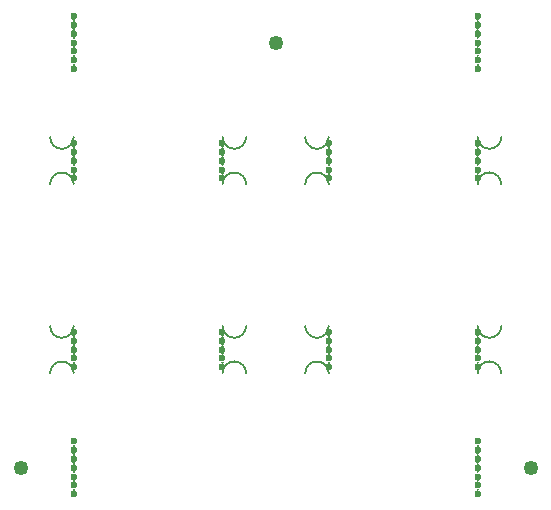
<source format=gbs>
G04 #@! TF.GenerationSoftware,KiCad,Pcbnew,(7.0.0-0)*
G04 #@! TF.CreationDate,2025-09-03T19:42:49+12:00*
G04 #@! TF.ProjectId,polar_light_panelized_X4,706f6c61-725f-46c6-9967-68745f70616e,rev?*
G04 #@! TF.SameCoordinates,Original*
G04 #@! TF.FileFunction,Soldermask,Bot*
G04 #@! TF.FilePolarity,Negative*
%FSLAX46Y46*%
G04 Gerber Fmt 4.6, Leading zero omitted, Abs format (unit mm)*
G04 Created by KiCad (PCBNEW (7.0.0-0)) date 2025-09-03 19:42:49*
%MOMM*%
%LPD*%
G01*
G04 APERTURE LIST*
G04 #@! TA.AperFunction,Profile*
%ADD10C,0.150000*%
G04 #@! TD*
%ADD11C,1.252000*%
%ADD12C,0.600000*%
G04 APERTURE END LIST*
D10*
X132600033Y-103950037D02*
G75*
G03*
X130600035Y-103950037I-999999J19D01*
G01*
X130600038Y-99950001D02*
G75*
G03*
X132600034Y-99950001I999998J-20D01*
G01*
X154200032Y-87950074D02*
G75*
G03*
X152200034Y-87950074I-999999J19D01*
G01*
X152200037Y-83950038D02*
G75*
G03*
X154200033Y-83950038I999998J-20D01*
G01*
X166800003Y-99949964D02*
G75*
G03*
X168800001Y-99949964I999999J-19D01*
G01*
X168799998Y-103950000D02*
G75*
G03*
X166800002Y-103950000I-999998J20D01*
G01*
X166800038Y-83950002D02*
G75*
G03*
X168800036Y-83950002I999999J-19D01*
G01*
X168800033Y-87950038D02*
G75*
G03*
X166800037Y-87950038I-999998J20D01*
G01*
X145200039Y-83949965D02*
G75*
G03*
X147200037Y-83949965I999999J-19D01*
G01*
X147200034Y-87950001D02*
G75*
G03*
X145200038Y-87950001I-999998J20D01*
G01*
X132600033Y-87950037D02*
G75*
G03*
X130600035Y-87950037I-999999J19D01*
G01*
X130600038Y-83950001D02*
G75*
G03*
X132600034Y-83950001I999998J-20D01*
G01*
X145200039Y-99949965D02*
G75*
G03*
X147200037Y-99949965I999999J-19D01*
G01*
X147200034Y-103950001D02*
G75*
G03*
X145200038Y-103950001I-999998J20D01*
G01*
X154199997Y-103950036D02*
G75*
G03*
X152199999Y-103950036I-999999J19D01*
G01*
X152200002Y-99950000D02*
G75*
G03*
X154199998Y-99950000I999998J-20D01*
G01*
D11*
X128100000Y-111950000D03*
D12*
X132600036Y-103450001D03*
X132600034Y-102700001D03*
X132600034Y-101950019D03*
X132600034Y-101200001D03*
X132600034Y-100450001D03*
X166800000Y-78200000D03*
X166800000Y-77450000D03*
X166800000Y-76700000D03*
X166800000Y-75950000D03*
X166800000Y-75200000D03*
X166800000Y-74450000D03*
X166800000Y-73700000D03*
D11*
X171300000Y-111950000D03*
D12*
X154200035Y-87450038D03*
X154200033Y-86700038D03*
X154200033Y-85950056D03*
X154200033Y-85200038D03*
X154200033Y-84450038D03*
X166800000Y-100450000D03*
X166800002Y-101200000D03*
X166800002Y-101949982D03*
X166800002Y-102700000D03*
X166800002Y-103450000D03*
X132600000Y-114200000D03*
X132600000Y-113450000D03*
X132600000Y-112700000D03*
X132600000Y-111950000D03*
X132600000Y-111200000D03*
X132600000Y-110450000D03*
X132600000Y-109700000D03*
X166800035Y-84450038D03*
X166800037Y-85200038D03*
X166800037Y-85950020D03*
X166800037Y-86700038D03*
X166800037Y-87450038D03*
X145200036Y-84450001D03*
X145200038Y-85200001D03*
X145200038Y-85949983D03*
X145200038Y-86700001D03*
X145200038Y-87450001D03*
X132600036Y-87450001D03*
X132600034Y-86700001D03*
X132600034Y-85950019D03*
X132600034Y-85200001D03*
X132600034Y-84450001D03*
X166800000Y-114200000D03*
X166800000Y-113450000D03*
X166800000Y-112700000D03*
X166800000Y-111950000D03*
X166800000Y-111200000D03*
X166800000Y-110450000D03*
X166800000Y-109700000D03*
D11*
X149700000Y-75950000D03*
D12*
X145200036Y-100450001D03*
X145200038Y-101200001D03*
X145200038Y-101949983D03*
X145200038Y-102700001D03*
X145200038Y-103450001D03*
X154200000Y-103450000D03*
X154199998Y-102700000D03*
X154199998Y-101950018D03*
X154199998Y-101200000D03*
X154199998Y-100450000D03*
X132600000Y-78200000D03*
X132600000Y-77450000D03*
X132600000Y-76700000D03*
X132600000Y-75950000D03*
X132600000Y-75200000D03*
X132600000Y-74450000D03*
X132600000Y-73700000D03*
G36*
X166934079Y-113714404D02*
G01*
X166934909Y-113716079D01*
X166933992Y-113717709D01*
X166930883Y-113719707D01*
X166888598Y-113765125D01*
X166873316Y-113825000D01*
X166888598Y-113884874D01*
X166930882Y-113930291D01*
X166933992Y-113932289D01*
X166934910Y-113933919D01*
X166934080Y-113935595D01*
X166932227Y-113935851D01*
X166851742Y-113906558D01*
X166748258Y-113906558D01*
X166667772Y-113935851D01*
X166665919Y-113935595D01*
X166665089Y-113933919D01*
X166666007Y-113932289D01*
X166669117Y-113930290D01*
X166711401Y-113884874D01*
X166726682Y-113825000D01*
X166711401Y-113765125D01*
X166669116Y-113719707D01*
X166666007Y-113717709D01*
X166665090Y-113716080D01*
X166665920Y-113714404D01*
X166667773Y-113714148D01*
X166748258Y-113743442D01*
X166851742Y-113743442D01*
X166932226Y-113714148D01*
X166934079Y-113714404D01*
G37*
G36*
X132734079Y-113714404D02*
G01*
X132734909Y-113716079D01*
X132733992Y-113717709D01*
X132730883Y-113719707D01*
X132688598Y-113765125D01*
X132673316Y-113825000D01*
X132688598Y-113884874D01*
X132730882Y-113930291D01*
X132733992Y-113932289D01*
X132734910Y-113933919D01*
X132734080Y-113935595D01*
X132732227Y-113935851D01*
X132651742Y-113906558D01*
X132548258Y-113906558D01*
X132467772Y-113935851D01*
X132465919Y-113935595D01*
X132465089Y-113933919D01*
X132466007Y-113932289D01*
X132469117Y-113930290D01*
X132511401Y-113884874D01*
X132526682Y-113825000D01*
X132511401Y-113765125D01*
X132469116Y-113719707D01*
X132466007Y-113717709D01*
X132465090Y-113716080D01*
X132465920Y-113714404D01*
X132467773Y-113714148D01*
X132548258Y-113743442D01*
X132651742Y-113743442D01*
X132732226Y-113714148D01*
X132734079Y-113714404D01*
G37*
G36*
X166934079Y-112964404D02*
G01*
X166934909Y-112966079D01*
X166933992Y-112967709D01*
X166930883Y-112969707D01*
X166888598Y-113015125D01*
X166873316Y-113074999D01*
X166888598Y-113134874D01*
X166930882Y-113180291D01*
X166933992Y-113182289D01*
X166934910Y-113183919D01*
X166934080Y-113185595D01*
X166932227Y-113185851D01*
X166851742Y-113156558D01*
X166748258Y-113156558D01*
X166667772Y-113185851D01*
X166665919Y-113185595D01*
X166665089Y-113183919D01*
X166666007Y-113182289D01*
X166669117Y-113180290D01*
X166711401Y-113134874D01*
X166726682Y-113075000D01*
X166711401Y-113015125D01*
X166669116Y-112969707D01*
X166666007Y-112967709D01*
X166665090Y-112966080D01*
X166665920Y-112964404D01*
X166667773Y-112964148D01*
X166748258Y-112993442D01*
X166851742Y-112993442D01*
X166932226Y-112964148D01*
X166934079Y-112964404D01*
G37*
G36*
X132734079Y-112964404D02*
G01*
X132734909Y-112966079D01*
X132733992Y-112967709D01*
X132730883Y-112969707D01*
X132688598Y-113015125D01*
X132673316Y-113075000D01*
X132688598Y-113134874D01*
X132730882Y-113180291D01*
X132733992Y-113182289D01*
X132734910Y-113183919D01*
X132734080Y-113185595D01*
X132732227Y-113185851D01*
X132651742Y-113156558D01*
X132548258Y-113156558D01*
X132467772Y-113185851D01*
X132465919Y-113185595D01*
X132465089Y-113183919D01*
X132466007Y-113182289D01*
X132469117Y-113180290D01*
X132511401Y-113134874D01*
X132526682Y-113075000D01*
X132511401Y-113015125D01*
X132469116Y-112969707D01*
X132466007Y-112967709D01*
X132465090Y-112966080D01*
X132465920Y-112964404D01*
X132467773Y-112964148D01*
X132548258Y-112993442D01*
X132651742Y-112993442D01*
X132732226Y-112964148D01*
X132734079Y-112964404D01*
G37*
G36*
X166934079Y-112214404D02*
G01*
X166934909Y-112216079D01*
X166933992Y-112217709D01*
X166930883Y-112219707D01*
X166888598Y-112265125D01*
X166873316Y-112325000D01*
X166888598Y-112384874D01*
X166930882Y-112430291D01*
X166933992Y-112432289D01*
X166934910Y-112433919D01*
X166934080Y-112435595D01*
X166932227Y-112435851D01*
X166851742Y-112406558D01*
X166748258Y-112406558D01*
X166667772Y-112435851D01*
X166665919Y-112435595D01*
X166665089Y-112433919D01*
X166666007Y-112432289D01*
X166669117Y-112430290D01*
X166711401Y-112384874D01*
X166726682Y-112324999D01*
X166711401Y-112265125D01*
X166669116Y-112219707D01*
X166666007Y-112217709D01*
X166665090Y-112216080D01*
X166665920Y-112214404D01*
X166667773Y-112214148D01*
X166748258Y-112243442D01*
X166851742Y-112243442D01*
X166932226Y-112214148D01*
X166934079Y-112214404D01*
G37*
G36*
X132734079Y-112214404D02*
G01*
X132734909Y-112216079D01*
X132733992Y-112217709D01*
X132730883Y-112219707D01*
X132688598Y-112265125D01*
X132673316Y-112325000D01*
X132688598Y-112384874D01*
X132730882Y-112430291D01*
X132733992Y-112432289D01*
X132734910Y-112433919D01*
X132734080Y-112435595D01*
X132732227Y-112435851D01*
X132651742Y-112406558D01*
X132548258Y-112406558D01*
X132467772Y-112435851D01*
X132465919Y-112435595D01*
X132465089Y-112433919D01*
X132466007Y-112432289D01*
X132469117Y-112430290D01*
X132511401Y-112384874D01*
X132526682Y-112324999D01*
X132511401Y-112265125D01*
X132469116Y-112219707D01*
X132466007Y-112217709D01*
X132465090Y-112216080D01*
X132465920Y-112214404D01*
X132467773Y-112214148D01*
X132548258Y-112243442D01*
X132651742Y-112243442D01*
X132732226Y-112214148D01*
X132734079Y-112214404D01*
G37*
G36*
X166934075Y-111464406D02*
G01*
X166934905Y-111466082D01*
X166933987Y-111467711D01*
X166930886Y-111469704D01*
X166888598Y-111515123D01*
X166873316Y-111574998D01*
X166888597Y-111634872D01*
X166930881Y-111680290D01*
X166933993Y-111682289D01*
X166934911Y-111683919D01*
X166934081Y-111685595D01*
X166932228Y-111685851D01*
X166851742Y-111656558D01*
X166748258Y-111656558D01*
X166667765Y-111685853D01*
X166665912Y-111685597D01*
X166665082Y-111683921D01*
X166666000Y-111682291D01*
X166669117Y-111680288D01*
X166711401Y-111634872D01*
X166726682Y-111574998D01*
X166711400Y-111515123D01*
X166669116Y-111469706D01*
X166666012Y-111467712D01*
X166665094Y-111466082D01*
X166665924Y-111464406D01*
X166667777Y-111464150D01*
X166748258Y-111493442D01*
X166851742Y-111493442D01*
X166932222Y-111464150D01*
X166934075Y-111464406D01*
G37*
G36*
X132734075Y-111464406D02*
G01*
X132734905Y-111466082D01*
X132733987Y-111467711D01*
X132730886Y-111469704D01*
X132688598Y-111515123D01*
X132673316Y-111574998D01*
X132688597Y-111634872D01*
X132730881Y-111680290D01*
X132733993Y-111682289D01*
X132734911Y-111683919D01*
X132734081Y-111685595D01*
X132732228Y-111685851D01*
X132651742Y-111656558D01*
X132548258Y-111656558D01*
X132467765Y-111685853D01*
X132465912Y-111685597D01*
X132465082Y-111683921D01*
X132466000Y-111682291D01*
X132469117Y-111680288D01*
X132511401Y-111634872D01*
X132526682Y-111574998D01*
X132511400Y-111515123D01*
X132469116Y-111469706D01*
X132466012Y-111467712D01*
X132465094Y-111466082D01*
X132465924Y-111464406D01*
X132467777Y-111464150D01*
X132548258Y-111493442D01*
X132651742Y-111493442D01*
X132732222Y-111464150D01*
X132734075Y-111464406D01*
G37*
G36*
X166934079Y-110714404D02*
G01*
X166934909Y-110716079D01*
X166933992Y-110717709D01*
X166930883Y-110719707D01*
X166888598Y-110765125D01*
X166873316Y-110824999D01*
X166888598Y-110884874D01*
X166930882Y-110930291D01*
X166933992Y-110932289D01*
X166934910Y-110933919D01*
X166934080Y-110935595D01*
X166932227Y-110935851D01*
X166851742Y-110906558D01*
X166748258Y-110906558D01*
X166667772Y-110935851D01*
X166665919Y-110935595D01*
X166665089Y-110933919D01*
X166666007Y-110932289D01*
X166669117Y-110930290D01*
X166711401Y-110884874D01*
X166726682Y-110825000D01*
X166711401Y-110765125D01*
X166669116Y-110719707D01*
X166666007Y-110717709D01*
X166665090Y-110716080D01*
X166665920Y-110714404D01*
X166667773Y-110714148D01*
X166748258Y-110743442D01*
X166851742Y-110743442D01*
X166932226Y-110714148D01*
X166934079Y-110714404D01*
G37*
G36*
X132734079Y-110714404D02*
G01*
X132734909Y-110716079D01*
X132733992Y-110717709D01*
X132730883Y-110719707D01*
X132688598Y-110765125D01*
X132673316Y-110825000D01*
X132688598Y-110884874D01*
X132730882Y-110930291D01*
X132733992Y-110932289D01*
X132734910Y-110933919D01*
X132734080Y-110935595D01*
X132732227Y-110935851D01*
X132651742Y-110906558D01*
X132548258Y-110906558D01*
X132467772Y-110935851D01*
X132465919Y-110935595D01*
X132465089Y-110933919D01*
X132466007Y-110932289D01*
X132469117Y-110930290D01*
X132511401Y-110884874D01*
X132526682Y-110825000D01*
X132511401Y-110765125D01*
X132469116Y-110719707D01*
X132466007Y-110717709D01*
X132465090Y-110716080D01*
X132465920Y-110714404D01*
X132467773Y-110714148D01*
X132548258Y-110743442D01*
X132651742Y-110743442D01*
X132732226Y-110714148D01*
X132734079Y-110714404D01*
G37*
G36*
X166934079Y-109964404D02*
G01*
X166934909Y-109966079D01*
X166933992Y-109967709D01*
X166930883Y-109969707D01*
X166888598Y-110015125D01*
X166873316Y-110074999D01*
X166888598Y-110134874D01*
X166930882Y-110180291D01*
X166933992Y-110182289D01*
X166934910Y-110183919D01*
X166934080Y-110185595D01*
X166932227Y-110185851D01*
X166851742Y-110156558D01*
X166748258Y-110156558D01*
X166667772Y-110185851D01*
X166665919Y-110185595D01*
X166665089Y-110183919D01*
X166666007Y-110182289D01*
X166669117Y-110180290D01*
X166711401Y-110134874D01*
X166726682Y-110075000D01*
X166711401Y-110015125D01*
X166669116Y-109969707D01*
X166666007Y-109967709D01*
X166665090Y-109966080D01*
X166665920Y-109964404D01*
X166667773Y-109964148D01*
X166748258Y-109993442D01*
X166851742Y-109993442D01*
X166932226Y-109964148D01*
X166934079Y-109964404D01*
G37*
G36*
X132734079Y-109964404D02*
G01*
X132734909Y-109966079D01*
X132733992Y-109967709D01*
X132730883Y-109969707D01*
X132688598Y-110015125D01*
X132673316Y-110074999D01*
X132688598Y-110134874D01*
X132730882Y-110180291D01*
X132733992Y-110182289D01*
X132734910Y-110183919D01*
X132734080Y-110185595D01*
X132732227Y-110185851D01*
X132651742Y-110156558D01*
X132548258Y-110156558D01*
X132467772Y-110185851D01*
X132465919Y-110185595D01*
X132465089Y-110183919D01*
X132466007Y-110182289D01*
X132469117Y-110180290D01*
X132511401Y-110134874D01*
X132526682Y-110075000D01*
X132511401Y-110015125D01*
X132469116Y-109969707D01*
X132466007Y-109967709D01*
X132465090Y-109966080D01*
X132465920Y-109964404D01*
X132467773Y-109964148D01*
X132548258Y-109993442D01*
X132651742Y-109993442D01*
X132732226Y-109964148D01*
X132734079Y-109964404D01*
G37*
G36*
X132548292Y-102993443D02*
G01*
X132651776Y-102993443D01*
X132732255Y-102964151D01*
X132734108Y-102964407D01*
X132734938Y-102966083D01*
X132734021Y-102967712D01*
X132730918Y-102969706D01*
X132688633Y-103015125D01*
X132673351Y-103075000D01*
X132688632Y-103134874D01*
X132730917Y-103180291D01*
X132734029Y-103182290D01*
X132734947Y-103183920D01*
X132734117Y-103185596D01*
X132732264Y-103185852D01*
X132651778Y-103156559D01*
X132548294Y-103156559D01*
X132467806Y-103185853D01*
X132465953Y-103185597D01*
X132465123Y-103183921D01*
X132466041Y-103182291D01*
X132469152Y-103180292D01*
X132511436Y-103134874D01*
X132526717Y-103075000D01*
X132511435Y-103015126D01*
X132469150Y-102969708D01*
X132466041Y-102967710D01*
X132465124Y-102966081D01*
X132465954Y-102964405D01*
X132467807Y-102964149D01*
X132548292Y-102993443D01*
G37*
G36*
X154148256Y-102993442D02*
G01*
X154251740Y-102993442D01*
X154332219Y-102964150D01*
X154334072Y-102964406D01*
X154334902Y-102966082D01*
X154333985Y-102967711D01*
X154330882Y-102969705D01*
X154288597Y-103015124D01*
X154273315Y-103074999D01*
X154288596Y-103134873D01*
X154330881Y-103180290D01*
X154333993Y-103182289D01*
X154334911Y-103183919D01*
X154334081Y-103185595D01*
X154332228Y-103185851D01*
X154251742Y-103156558D01*
X154148258Y-103156558D01*
X154067770Y-103185852D01*
X154065917Y-103185596D01*
X154065087Y-103183920D01*
X154066005Y-103182290D01*
X154069116Y-103180291D01*
X154111400Y-103134873D01*
X154126681Y-103074999D01*
X154111399Y-103015125D01*
X154069114Y-102969707D01*
X154066005Y-102967709D01*
X154065088Y-102966080D01*
X154065918Y-102964404D01*
X154067771Y-102964148D01*
X154148256Y-102993442D01*
G37*
G36*
X145334117Y-102964405D02*
G01*
X145334947Y-102966080D01*
X145334030Y-102967710D01*
X145330921Y-102969708D01*
X145288636Y-103015126D01*
X145273354Y-103075001D01*
X145288636Y-103134875D01*
X145330920Y-103180292D01*
X145334030Y-103182290D01*
X145334948Y-103183920D01*
X145334118Y-103185596D01*
X145332265Y-103185852D01*
X145251780Y-103156559D01*
X145148296Y-103156559D01*
X145067810Y-103185852D01*
X145065957Y-103185596D01*
X145065127Y-103183920D01*
X145066045Y-103182290D01*
X145069155Y-103180291D01*
X145111439Y-103134875D01*
X145126720Y-103075000D01*
X145111439Y-103015126D01*
X145069154Y-102969708D01*
X145066045Y-102967710D01*
X145065128Y-102966081D01*
X145065958Y-102964405D01*
X145067811Y-102964149D01*
X145148296Y-102993443D01*
X145251780Y-102993443D01*
X145332264Y-102964149D01*
X145334117Y-102964405D01*
G37*
G36*
X166934081Y-102964404D02*
G01*
X166934911Y-102966079D01*
X166933994Y-102967709D01*
X166930885Y-102969707D01*
X166888600Y-103015125D01*
X166873318Y-103075000D01*
X166888600Y-103134874D01*
X166930884Y-103180291D01*
X166933994Y-103182289D01*
X166934912Y-103183919D01*
X166934082Y-103185595D01*
X166932229Y-103185851D01*
X166851744Y-103156558D01*
X166748260Y-103156558D01*
X166667774Y-103185851D01*
X166665921Y-103185595D01*
X166665091Y-103183919D01*
X166666009Y-103182289D01*
X166669119Y-103180290D01*
X166711403Y-103134874D01*
X166726684Y-103074999D01*
X166711403Y-103015125D01*
X166669118Y-102969707D01*
X166666009Y-102967709D01*
X166665092Y-102966080D01*
X166665922Y-102964404D01*
X166667775Y-102964148D01*
X166748260Y-102993442D01*
X166851744Y-102993442D01*
X166932228Y-102964148D01*
X166934081Y-102964404D01*
G37*
G36*
X132734113Y-102214423D02*
G01*
X132734943Y-102216098D01*
X132734026Y-102217728D01*
X132730931Y-102219717D01*
X132688646Y-102265135D01*
X132673364Y-102325010D01*
X132688646Y-102384884D01*
X132730930Y-102430301D01*
X132734026Y-102432290D01*
X132734944Y-102433920D01*
X132734114Y-102435596D01*
X132732261Y-102435852D01*
X132651776Y-102406559D01*
X132548292Y-102406559D01*
X132467799Y-102435854D01*
X132465946Y-102435598D01*
X132465116Y-102433922D01*
X132466034Y-102432292D01*
X132469137Y-102430298D01*
X132511421Y-102384882D01*
X132526702Y-102325008D01*
X132511420Y-102265133D01*
X132469136Y-102219716D01*
X132466046Y-102217731D01*
X132465128Y-102216101D01*
X132465958Y-102214425D01*
X132467811Y-102214169D01*
X132548292Y-102243461D01*
X132651776Y-102243461D01*
X132732260Y-102214167D01*
X132734113Y-102214423D01*
G37*
G36*
X145148296Y-102243425D02*
G01*
X145251780Y-102243425D01*
X145332260Y-102214133D01*
X145334113Y-102214389D01*
X145334943Y-102216065D01*
X145334025Y-102217694D01*
X145330910Y-102219696D01*
X145288622Y-102265115D01*
X145273340Y-102324990D01*
X145288621Y-102384864D01*
X145330905Y-102430282D01*
X145334031Y-102432290D01*
X145334949Y-102433920D01*
X145334119Y-102435596D01*
X145332266Y-102435852D01*
X145251780Y-102406559D01*
X145148296Y-102406559D01*
X145067810Y-102435852D01*
X145065957Y-102435596D01*
X145065127Y-102433920D01*
X145066045Y-102432290D01*
X145069169Y-102430282D01*
X145111453Y-102384866D01*
X145126734Y-102324992D01*
X145111453Y-102265117D01*
X145069168Y-102219699D01*
X145066045Y-102217692D01*
X145065128Y-102216063D01*
X145065958Y-102214387D01*
X145067811Y-102214131D01*
X145148296Y-102243425D01*
G37*
G36*
X166934081Y-102214386D02*
G01*
X166934911Y-102216061D01*
X166933994Y-102217691D01*
X166930871Y-102219698D01*
X166888586Y-102265116D01*
X166873304Y-102324991D01*
X166888586Y-102384865D01*
X166930870Y-102430282D01*
X166933994Y-102432289D01*
X166934912Y-102433919D01*
X166934082Y-102435595D01*
X166932229Y-102435851D01*
X166851744Y-102406558D01*
X166748260Y-102406558D01*
X166667774Y-102435851D01*
X166665921Y-102435595D01*
X166665091Y-102433919D01*
X166666009Y-102432289D01*
X166669133Y-102430281D01*
X166711417Y-102384865D01*
X166726698Y-102324991D01*
X166711417Y-102265116D01*
X166669132Y-102219698D01*
X166666009Y-102217691D01*
X166665092Y-102216062D01*
X166665922Y-102214386D01*
X166667775Y-102214130D01*
X166748260Y-102243424D01*
X166851744Y-102243424D01*
X166932228Y-102214130D01*
X166934081Y-102214386D01*
G37*
G36*
X154334077Y-102214422D02*
G01*
X154334907Y-102216097D01*
X154333990Y-102217727D01*
X154330895Y-102219716D01*
X154288610Y-102265134D01*
X154273328Y-102325009D01*
X154288610Y-102384883D01*
X154330894Y-102430300D01*
X154333990Y-102432289D01*
X154334908Y-102433919D01*
X154334078Y-102435595D01*
X154332225Y-102435851D01*
X154251740Y-102406558D01*
X154148256Y-102406558D01*
X154067770Y-102435851D01*
X154065917Y-102435595D01*
X154065087Y-102433919D01*
X154066005Y-102432289D01*
X154069101Y-102430299D01*
X154111385Y-102384883D01*
X154126666Y-102325008D01*
X154111385Y-102265134D01*
X154069100Y-102219716D01*
X154066005Y-102217727D01*
X154065088Y-102216098D01*
X154065918Y-102214422D01*
X154067771Y-102214166D01*
X154148256Y-102243460D01*
X154251740Y-102243460D01*
X154332224Y-102214166D01*
X154334077Y-102214422D01*
G37*
G36*
X132734109Y-101464407D02*
G01*
X132734939Y-101466083D01*
X132734021Y-101467712D01*
X132730906Y-101469714D01*
X132688618Y-101515133D01*
X132673336Y-101575008D01*
X132688617Y-101634882D01*
X132730901Y-101680300D01*
X132734027Y-101682308D01*
X132734945Y-101683938D01*
X132734115Y-101685614D01*
X132732262Y-101685870D01*
X132651776Y-101656577D01*
X132548292Y-101656577D01*
X132467799Y-101685872D01*
X132465946Y-101685616D01*
X132465116Y-101683940D01*
X132466034Y-101682310D01*
X132469165Y-101680298D01*
X132511449Y-101634882D01*
X132526730Y-101575008D01*
X132511448Y-101515133D01*
X132469164Y-101469716D01*
X132466046Y-101467713D01*
X132465128Y-101466083D01*
X132465958Y-101464407D01*
X132467811Y-101464151D01*
X132548292Y-101493443D01*
X132651776Y-101493443D01*
X132732256Y-101464151D01*
X132734109Y-101464407D01*
G37*
G36*
X154334077Y-101464404D02*
G01*
X154334907Y-101466079D01*
X154333990Y-101467709D01*
X154330867Y-101469716D01*
X154288582Y-101515134D01*
X154273300Y-101575008D01*
X154288582Y-101634883D01*
X154330866Y-101680300D01*
X154333990Y-101682307D01*
X154334908Y-101683937D01*
X154334078Y-101685613D01*
X154332225Y-101685869D01*
X154251740Y-101656576D01*
X154148256Y-101656576D01*
X154067770Y-101685869D01*
X154065917Y-101685613D01*
X154065087Y-101683937D01*
X154066005Y-101682307D01*
X154069129Y-101680299D01*
X154111413Y-101634883D01*
X154126694Y-101575009D01*
X154111413Y-101515134D01*
X154069128Y-101469716D01*
X154066005Y-101467709D01*
X154065088Y-101466080D01*
X154065918Y-101464404D01*
X154067771Y-101464148D01*
X154148256Y-101493442D01*
X154251740Y-101493442D01*
X154332224Y-101464148D01*
X154334077Y-101464404D01*
G37*
G36*
X166934077Y-101464406D02*
G01*
X166934907Y-101466082D01*
X166933989Y-101467711D01*
X166930902Y-101469695D01*
X166888614Y-101515114D01*
X166873332Y-101574989D01*
X166888613Y-101634863D01*
X166930897Y-101680281D01*
X166933995Y-101682271D01*
X166934913Y-101683901D01*
X166934083Y-101685577D01*
X166932230Y-101685833D01*
X166851744Y-101656540D01*
X166748260Y-101656540D01*
X166667767Y-101685835D01*
X166665914Y-101685579D01*
X166665084Y-101683903D01*
X166666002Y-101682273D01*
X166669105Y-101680279D01*
X166711389Y-101634863D01*
X166726670Y-101574989D01*
X166711388Y-101515114D01*
X166669104Y-101469697D01*
X166666014Y-101467712D01*
X166665096Y-101466082D01*
X166665926Y-101464406D01*
X166667779Y-101464150D01*
X166748260Y-101493442D01*
X166851744Y-101493442D01*
X166932224Y-101464150D01*
X166934077Y-101464406D01*
G37*
G36*
X145334117Y-101464405D02*
G01*
X145334947Y-101466080D01*
X145334030Y-101467710D01*
X145330935Y-101469699D01*
X145288650Y-101515117D01*
X145273368Y-101574992D01*
X145288650Y-101634866D01*
X145330934Y-101680283D01*
X145334030Y-101682272D01*
X145334948Y-101683902D01*
X145334118Y-101685578D01*
X145332265Y-101685834D01*
X145251780Y-101656541D01*
X145148296Y-101656541D01*
X145067810Y-101685834D01*
X145065957Y-101685578D01*
X145065127Y-101683902D01*
X145066045Y-101682272D01*
X145069141Y-101680282D01*
X145111425Y-101634866D01*
X145126706Y-101574992D01*
X145111425Y-101515117D01*
X145069140Y-101469699D01*
X145066045Y-101467710D01*
X145065128Y-101466081D01*
X145065958Y-101464405D01*
X145067811Y-101464149D01*
X145148296Y-101493443D01*
X145251780Y-101493443D01*
X145332264Y-101464149D01*
X145334117Y-101464405D01*
G37*
G36*
X145148294Y-100743443D02*
G01*
X145251778Y-100743443D01*
X145332257Y-100714151D01*
X145334110Y-100714407D01*
X145334940Y-100716083D01*
X145334023Y-100717712D01*
X145330920Y-100719706D01*
X145288635Y-100765125D01*
X145273353Y-100825000D01*
X145288634Y-100884874D01*
X145330919Y-100930291D01*
X145334031Y-100932290D01*
X145334949Y-100933920D01*
X145334119Y-100935596D01*
X145332266Y-100935852D01*
X145251780Y-100906559D01*
X145148296Y-100906559D01*
X145067808Y-100935853D01*
X145065955Y-100935597D01*
X145065125Y-100933921D01*
X145066043Y-100932291D01*
X145069154Y-100930292D01*
X145111438Y-100884874D01*
X145126719Y-100825000D01*
X145111437Y-100765126D01*
X145069152Y-100719708D01*
X145066043Y-100717710D01*
X145065126Y-100716081D01*
X145065956Y-100714405D01*
X145067809Y-100714149D01*
X145148294Y-100743443D01*
G37*
G36*
X166748258Y-100743442D02*
G01*
X166851742Y-100743442D01*
X166932221Y-100714150D01*
X166934074Y-100714406D01*
X166934904Y-100716082D01*
X166933987Y-100717711D01*
X166930884Y-100719705D01*
X166888599Y-100765124D01*
X166873317Y-100824999D01*
X166888598Y-100884873D01*
X166930883Y-100930290D01*
X166933995Y-100932289D01*
X166934913Y-100933919D01*
X166934083Y-100935595D01*
X166932230Y-100935851D01*
X166851744Y-100906558D01*
X166748260Y-100906558D01*
X166667772Y-100935852D01*
X166665919Y-100935596D01*
X166665089Y-100933920D01*
X166666007Y-100932290D01*
X166669118Y-100930291D01*
X166711402Y-100884873D01*
X166726683Y-100824999D01*
X166711401Y-100765125D01*
X166669116Y-100719707D01*
X166666007Y-100717709D01*
X166665090Y-100716080D01*
X166665920Y-100714404D01*
X166667773Y-100714148D01*
X166748258Y-100743442D01*
G37*
G36*
X132734113Y-100714405D02*
G01*
X132734943Y-100716080D01*
X132734026Y-100717710D01*
X132730917Y-100719708D01*
X132688632Y-100765126D01*
X132673350Y-100825001D01*
X132688632Y-100884875D01*
X132730916Y-100930292D01*
X132734026Y-100932290D01*
X132734944Y-100933920D01*
X132734114Y-100935596D01*
X132732261Y-100935852D01*
X132651776Y-100906559D01*
X132548292Y-100906559D01*
X132467806Y-100935852D01*
X132465953Y-100935596D01*
X132465123Y-100933920D01*
X132466041Y-100932290D01*
X132469151Y-100930291D01*
X132511435Y-100884875D01*
X132526716Y-100825000D01*
X132511435Y-100765126D01*
X132469150Y-100719708D01*
X132466041Y-100717710D01*
X132465124Y-100716081D01*
X132465954Y-100714405D01*
X132467807Y-100714149D01*
X132548292Y-100743443D01*
X132651776Y-100743443D01*
X132732260Y-100714149D01*
X132734113Y-100714405D01*
G37*
G36*
X154334077Y-100714404D02*
G01*
X154334907Y-100716079D01*
X154333990Y-100717709D01*
X154330881Y-100719707D01*
X154288596Y-100765125D01*
X154273314Y-100824999D01*
X154288596Y-100884874D01*
X154330880Y-100930291D01*
X154333990Y-100932289D01*
X154334908Y-100933919D01*
X154334078Y-100935595D01*
X154332225Y-100935851D01*
X154251740Y-100906558D01*
X154148256Y-100906558D01*
X154067770Y-100935851D01*
X154065917Y-100935595D01*
X154065087Y-100933919D01*
X154066005Y-100932289D01*
X154069115Y-100930290D01*
X154111399Y-100884874D01*
X154126680Y-100824999D01*
X154111399Y-100765125D01*
X154069114Y-100719707D01*
X154066005Y-100717709D01*
X154065088Y-100716080D01*
X154065918Y-100714404D01*
X154067771Y-100714148D01*
X154148256Y-100743442D01*
X154251740Y-100743442D01*
X154332224Y-100714148D01*
X154334077Y-100714404D01*
G37*
G36*
X154148291Y-86993480D02*
G01*
X154251775Y-86993480D01*
X154332254Y-86964188D01*
X154334107Y-86964444D01*
X154334937Y-86966120D01*
X154334020Y-86967749D01*
X154330917Y-86969743D01*
X154288632Y-87015162D01*
X154273350Y-87075037D01*
X154288631Y-87134911D01*
X154330916Y-87180328D01*
X154334028Y-87182327D01*
X154334946Y-87183957D01*
X154334116Y-87185633D01*
X154332263Y-87185889D01*
X154251777Y-87156596D01*
X154148293Y-87156596D01*
X154067805Y-87185890D01*
X154065952Y-87185634D01*
X154065122Y-87183958D01*
X154066040Y-87182328D01*
X154069151Y-87180329D01*
X154111435Y-87134911D01*
X154126716Y-87075037D01*
X154111434Y-87015163D01*
X154069149Y-86969745D01*
X154066040Y-86967747D01*
X154065123Y-86966118D01*
X154065953Y-86964442D01*
X154067806Y-86964186D01*
X154148291Y-86993480D01*
G37*
G36*
X166934116Y-86964442D02*
G01*
X166934946Y-86966117D01*
X166934029Y-86967747D01*
X166930920Y-86969745D01*
X166888635Y-87015163D01*
X166873353Y-87075038D01*
X166888635Y-87134912D01*
X166930919Y-87180329D01*
X166934029Y-87182327D01*
X166934947Y-87183957D01*
X166934117Y-87185633D01*
X166932264Y-87185889D01*
X166851779Y-87156596D01*
X166748295Y-87156596D01*
X166667809Y-87185889D01*
X166665956Y-87185633D01*
X166665126Y-87183957D01*
X166666044Y-87182327D01*
X166669154Y-87180328D01*
X166711438Y-87134912D01*
X166726719Y-87075038D01*
X166711438Y-87015163D01*
X166669153Y-86969745D01*
X166666044Y-86967747D01*
X166665127Y-86966118D01*
X166665957Y-86964442D01*
X166667810Y-86964186D01*
X166748295Y-86993480D01*
X166851779Y-86993480D01*
X166932263Y-86964186D01*
X166934116Y-86964442D01*
G37*
G36*
X132548292Y-86993443D02*
G01*
X132651776Y-86993443D01*
X132732255Y-86964151D01*
X132734108Y-86964407D01*
X132734938Y-86966083D01*
X132734021Y-86967712D01*
X132730918Y-86969706D01*
X132688633Y-87015125D01*
X132673351Y-87075000D01*
X132688632Y-87134874D01*
X132730917Y-87180291D01*
X132734029Y-87182290D01*
X132734947Y-87183920D01*
X132734117Y-87185596D01*
X132732264Y-87185852D01*
X132651778Y-87156559D01*
X132548294Y-87156559D01*
X132467806Y-87185853D01*
X132465953Y-87185597D01*
X132465123Y-87183921D01*
X132466041Y-87182291D01*
X132469152Y-87180292D01*
X132511436Y-87134874D01*
X132526717Y-87075000D01*
X132511435Y-87015126D01*
X132469150Y-86969708D01*
X132466041Y-86967710D01*
X132465124Y-86966081D01*
X132465954Y-86964405D01*
X132467807Y-86964149D01*
X132548292Y-86993443D01*
G37*
G36*
X145334117Y-86964405D02*
G01*
X145334947Y-86966080D01*
X145334030Y-86967710D01*
X145330921Y-86969708D01*
X145288636Y-87015126D01*
X145273354Y-87075000D01*
X145288636Y-87134875D01*
X145330920Y-87180292D01*
X145334030Y-87182290D01*
X145334948Y-87183920D01*
X145334118Y-87185596D01*
X145332265Y-87185852D01*
X145251780Y-87156559D01*
X145148296Y-87156559D01*
X145067810Y-87185852D01*
X145065957Y-87185596D01*
X145065127Y-87183920D01*
X145066045Y-87182290D01*
X145069155Y-87180291D01*
X145111439Y-87134875D01*
X145126720Y-87075001D01*
X145111439Y-87015126D01*
X145069154Y-86969708D01*
X145066045Y-86967710D01*
X145065128Y-86966081D01*
X145065958Y-86964405D01*
X145067811Y-86964149D01*
X145148296Y-86993443D01*
X145251780Y-86993443D01*
X145332264Y-86964149D01*
X145334117Y-86964405D01*
G37*
G36*
X166934112Y-86214426D02*
G01*
X166934942Y-86216102D01*
X166934024Y-86217731D01*
X166930909Y-86219733D01*
X166888621Y-86265152D01*
X166873339Y-86325027D01*
X166888620Y-86384901D01*
X166930904Y-86430319D01*
X166934030Y-86432327D01*
X166934948Y-86433957D01*
X166934118Y-86435633D01*
X166932265Y-86435889D01*
X166851779Y-86406596D01*
X166748295Y-86406596D01*
X166667802Y-86435891D01*
X166665949Y-86435635D01*
X166665119Y-86433959D01*
X166666037Y-86432329D01*
X166669168Y-86430317D01*
X166711452Y-86384901D01*
X166726733Y-86325027D01*
X166711451Y-86265152D01*
X166669167Y-86219735D01*
X166666049Y-86217732D01*
X166665131Y-86216102D01*
X166665961Y-86214426D01*
X166667814Y-86214170D01*
X166748295Y-86243462D01*
X166851779Y-86243462D01*
X166932259Y-86214170D01*
X166934112Y-86214426D01*
G37*
G36*
X154334112Y-86214460D02*
G01*
X154334942Y-86216135D01*
X154334025Y-86217765D01*
X154330930Y-86219754D01*
X154288645Y-86265172D01*
X154273363Y-86325047D01*
X154288645Y-86384921D01*
X154330929Y-86430338D01*
X154334025Y-86432327D01*
X154334943Y-86433957D01*
X154334113Y-86435633D01*
X154332260Y-86435889D01*
X154251775Y-86406596D01*
X154148291Y-86406596D01*
X154067798Y-86435891D01*
X154065945Y-86435635D01*
X154065115Y-86433959D01*
X154066033Y-86432329D01*
X154069136Y-86430335D01*
X154111420Y-86384919D01*
X154126701Y-86325045D01*
X154111419Y-86265170D01*
X154069135Y-86219753D01*
X154066045Y-86217768D01*
X154065127Y-86216138D01*
X154065957Y-86214462D01*
X154067810Y-86214206D01*
X154148291Y-86243498D01*
X154251775Y-86243498D01*
X154332259Y-86214204D01*
X154334112Y-86214460D01*
G37*
G36*
X145334117Y-86214387D02*
G01*
X145334947Y-86216062D01*
X145334030Y-86217692D01*
X145330907Y-86219699D01*
X145288622Y-86265117D01*
X145273340Y-86324991D01*
X145288622Y-86384866D01*
X145330906Y-86430283D01*
X145334030Y-86432290D01*
X145334948Y-86433920D01*
X145334118Y-86435596D01*
X145332265Y-86435852D01*
X145251780Y-86406559D01*
X145148296Y-86406559D01*
X145067810Y-86435852D01*
X145065957Y-86435596D01*
X145065127Y-86433920D01*
X145066045Y-86432290D01*
X145069169Y-86430282D01*
X145111453Y-86384866D01*
X145126734Y-86324992D01*
X145111453Y-86265117D01*
X145069168Y-86219699D01*
X145066045Y-86217692D01*
X145065128Y-86216063D01*
X145065958Y-86214387D01*
X145067811Y-86214131D01*
X145148296Y-86243425D01*
X145251780Y-86243425D01*
X145332264Y-86214131D01*
X145334117Y-86214387D01*
G37*
G36*
X132734113Y-86214423D02*
G01*
X132734943Y-86216098D01*
X132734026Y-86217728D01*
X132730931Y-86219717D01*
X132688646Y-86265135D01*
X132673364Y-86325010D01*
X132688646Y-86384884D01*
X132730930Y-86430301D01*
X132734026Y-86432290D01*
X132734944Y-86433920D01*
X132734114Y-86435596D01*
X132732261Y-86435852D01*
X132651776Y-86406559D01*
X132548292Y-86406559D01*
X132467806Y-86435852D01*
X132465953Y-86435596D01*
X132465123Y-86433920D01*
X132466041Y-86432290D01*
X132469137Y-86430300D01*
X132511421Y-86384884D01*
X132526702Y-86325010D01*
X132511421Y-86265135D01*
X132469136Y-86219717D01*
X132466041Y-86217728D01*
X132465124Y-86216099D01*
X132465954Y-86214423D01*
X132467807Y-86214167D01*
X132548292Y-86243461D01*
X132651776Y-86243461D01*
X132732260Y-86214167D01*
X132734113Y-86214423D01*
G37*
G36*
X154334112Y-85464442D02*
G01*
X154334942Y-85466117D01*
X154334025Y-85467747D01*
X154330902Y-85469754D01*
X154288617Y-85515172D01*
X154273335Y-85575047D01*
X154288617Y-85634921D01*
X154330901Y-85680338D01*
X154334025Y-85682345D01*
X154334943Y-85683975D01*
X154334113Y-85685651D01*
X154332260Y-85685907D01*
X154251775Y-85656614D01*
X154148291Y-85656614D01*
X154067805Y-85685907D01*
X154065952Y-85685651D01*
X154065122Y-85683975D01*
X154066040Y-85682345D01*
X154069164Y-85680337D01*
X154111448Y-85634921D01*
X154126729Y-85575046D01*
X154111448Y-85515172D01*
X154069163Y-85469754D01*
X154066040Y-85467747D01*
X154065123Y-85466118D01*
X154065953Y-85464442D01*
X154067806Y-85464186D01*
X154148291Y-85493480D01*
X154251775Y-85493480D01*
X154332259Y-85464186D01*
X154334112Y-85464442D01*
G37*
G36*
X166934116Y-85464442D02*
G01*
X166934946Y-85466117D01*
X166934029Y-85467747D01*
X166930934Y-85469736D01*
X166888649Y-85515154D01*
X166873367Y-85575028D01*
X166888649Y-85634903D01*
X166930933Y-85680320D01*
X166934029Y-85682309D01*
X166934947Y-85683939D01*
X166934117Y-85685615D01*
X166932264Y-85685871D01*
X166851779Y-85656578D01*
X166748295Y-85656578D01*
X166667809Y-85685871D01*
X166665956Y-85685615D01*
X166665126Y-85683939D01*
X166666044Y-85682309D01*
X166669140Y-85680319D01*
X166711424Y-85634903D01*
X166726705Y-85575029D01*
X166711424Y-85515154D01*
X166669139Y-85469736D01*
X166666044Y-85467747D01*
X166665127Y-85466118D01*
X166665957Y-85464442D01*
X166667810Y-85464186D01*
X166748295Y-85493480D01*
X166851779Y-85493480D01*
X166932263Y-85464186D01*
X166934116Y-85464442D01*
G37*
G36*
X132734113Y-85464405D02*
G01*
X132734943Y-85466080D01*
X132734026Y-85467710D01*
X132730903Y-85469717D01*
X132688618Y-85515135D01*
X132673336Y-85575010D01*
X132688618Y-85634884D01*
X132730902Y-85680301D01*
X132734026Y-85682308D01*
X132734944Y-85683938D01*
X132734114Y-85685614D01*
X132732261Y-85685870D01*
X132651776Y-85656577D01*
X132548292Y-85656577D01*
X132467806Y-85685870D01*
X132465953Y-85685614D01*
X132465123Y-85683938D01*
X132466041Y-85682308D01*
X132469165Y-85680300D01*
X132511449Y-85634884D01*
X132526730Y-85575009D01*
X132511449Y-85515135D01*
X132469164Y-85469717D01*
X132466041Y-85467710D01*
X132465124Y-85466081D01*
X132465954Y-85464405D01*
X132467807Y-85464149D01*
X132548292Y-85493443D01*
X132651776Y-85493443D01*
X132732260Y-85464149D01*
X132734113Y-85464405D01*
G37*
G36*
X145334117Y-85464405D02*
G01*
X145334947Y-85466080D01*
X145334030Y-85467710D01*
X145330935Y-85469699D01*
X145288650Y-85515117D01*
X145273368Y-85574992D01*
X145288650Y-85634866D01*
X145330934Y-85680283D01*
X145334030Y-85682272D01*
X145334948Y-85683902D01*
X145334118Y-85685578D01*
X145332265Y-85685834D01*
X145251780Y-85656541D01*
X145148296Y-85656541D01*
X145067810Y-85685834D01*
X145065957Y-85685578D01*
X145065127Y-85683902D01*
X145066045Y-85682272D01*
X145069141Y-85680282D01*
X145111425Y-85634866D01*
X145126706Y-85574992D01*
X145111425Y-85515117D01*
X145069140Y-85469699D01*
X145066045Y-85467710D01*
X145065128Y-85466081D01*
X145065958Y-85464405D01*
X145067811Y-85464149D01*
X145148296Y-85493443D01*
X145251780Y-85493443D01*
X145332264Y-85464149D01*
X145334117Y-85464405D01*
G37*
G36*
X154334112Y-84714442D02*
G01*
X154334942Y-84716117D01*
X154334025Y-84717747D01*
X154330916Y-84719745D01*
X154288631Y-84765163D01*
X154273349Y-84825038D01*
X154288631Y-84884912D01*
X154330915Y-84930329D01*
X154334025Y-84932327D01*
X154334943Y-84933957D01*
X154334113Y-84935633D01*
X154332260Y-84935889D01*
X154251775Y-84906596D01*
X154148291Y-84906596D01*
X154067798Y-84935891D01*
X154065945Y-84935635D01*
X154065115Y-84933959D01*
X154066033Y-84932329D01*
X154069150Y-84930326D01*
X154111434Y-84884910D01*
X154126715Y-84825036D01*
X154111433Y-84765161D01*
X154069149Y-84719744D01*
X154066045Y-84717750D01*
X154065127Y-84716120D01*
X154065957Y-84714444D01*
X154067810Y-84714188D01*
X154148291Y-84743480D01*
X154251775Y-84743480D01*
X154332259Y-84714186D01*
X154334112Y-84714442D01*
G37*
G36*
X166748293Y-84743480D02*
G01*
X166851777Y-84743480D01*
X166932256Y-84714188D01*
X166934109Y-84714444D01*
X166934939Y-84716120D01*
X166934022Y-84717749D01*
X166930919Y-84719743D01*
X166888634Y-84765162D01*
X166873352Y-84825037D01*
X166888633Y-84884911D01*
X166930918Y-84930328D01*
X166934030Y-84932327D01*
X166934948Y-84933957D01*
X166934118Y-84935633D01*
X166932265Y-84935889D01*
X166851779Y-84906596D01*
X166748295Y-84906596D01*
X166667807Y-84935890D01*
X166665954Y-84935634D01*
X166665124Y-84933958D01*
X166666042Y-84932328D01*
X166669153Y-84930329D01*
X166711437Y-84884911D01*
X166726718Y-84825037D01*
X166711436Y-84765163D01*
X166669151Y-84719745D01*
X166666042Y-84717747D01*
X166665125Y-84716118D01*
X166665955Y-84714442D01*
X166667808Y-84714186D01*
X166748293Y-84743480D01*
G37*
G36*
X132734109Y-84714407D02*
G01*
X132734939Y-84716083D01*
X132734021Y-84717712D01*
X132730920Y-84719705D01*
X132688632Y-84765124D01*
X132673350Y-84824999D01*
X132688631Y-84884873D01*
X132730915Y-84930291D01*
X132734027Y-84932290D01*
X132734945Y-84933920D01*
X132734115Y-84935596D01*
X132732262Y-84935852D01*
X132651776Y-84906559D01*
X132548292Y-84906559D01*
X132467799Y-84935854D01*
X132465946Y-84935598D01*
X132465116Y-84933922D01*
X132466034Y-84932292D01*
X132469151Y-84930289D01*
X132511435Y-84884873D01*
X132526716Y-84824999D01*
X132511434Y-84765124D01*
X132469150Y-84719707D01*
X132466046Y-84717713D01*
X132465128Y-84716083D01*
X132465958Y-84714407D01*
X132467811Y-84714151D01*
X132548292Y-84743443D01*
X132651776Y-84743443D01*
X132732256Y-84714151D01*
X132734109Y-84714407D01*
G37*
G36*
X145148294Y-84743443D02*
G01*
X145251778Y-84743443D01*
X145332257Y-84714151D01*
X145334110Y-84714407D01*
X145334940Y-84716083D01*
X145334023Y-84717712D01*
X145330920Y-84719706D01*
X145288635Y-84765125D01*
X145273353Y-84825000D01*
X145288634Y-84884874D01*
X145330919Y-84930291D01*
X145334031Y-84932290D01*
X145334949Y-84933920D01*
X145334119Y-84935596D01*
X145332266Y-84935852D01*
X145251780Y-84906559D01*
X145148296Y-84906559D01*
X145067808Y-84935853D01*
X145065955Y-84935597D01*
X145065125Y-84933921D01*
X145066043Y-84932291D01*
X145069154Y-84930292D01*
X145111438Y-84884874D01*
X145126719Y-84825000D01*
X145111437Y-84765126D01*
X145069152Y-84719708D01*
X145066043Y-84717710D01*
X145065126Y-84716081D01*
X145065956Y-84714405D01*
X145067809Y-84714149D01*
X145148294Y-84743443D01*
G37*
G36*
X166934075Y-77714406D02*
G01*
X166934905Y-77716082D01*
X166933987Y-77717711D01*
X166930886Y-77719704D01*
X166888598Y-77765123D01*
X166873316Y-77824998D01*
X166888597Y-77884872D01*
X166930881Y-77930290D01*
X166933993Y-77932289D01*
X166934911Y-77933919D01*
X166934081Y-77935595D01*
X166932228Y-77935851D01*
X166851742Y-77906558D01*
X166748258Y-77906558D01*
X166667765Y-77935853D01*
X166665912Y-77935597D01*
X166665082Y-77933921D01*
X166666000Y-77932291D01*
X166669117Y-77930288D01*
X166711401Y-77884872D01*
X166726682Y-77824998D01*
X166711400Y-77765123D01*
X166669116Y-77719706D01*
X166666012Y-77717712D01*
X166665094Y-77716082D01*
X166665924Y-77714406D01*
X166667777Y-77714150D01*
X166748258Y-77743442D01*
X166851742Y-77743442D01*
X166932222Y-77714150D01*
X166934075Y-77714406D01*
G37*
G36*
X132734075Y-77714406D02*
G01*
X132734905Y-77716082D01*
X132733987Y-77717711D01*
X132730886Y-77719704D01*
X132688598Y-77765123D01*
X132673316Y-77824998D01*
X132688597Y-77884872D01*
X132730881Y-77930290D01*
X132733993Y-77932289D01*
X132734911Y-77933919D01*
X132734081Y-77935595D01*
X132732228Y-77935851D01*
X132651742Y-77906558D01*
X132548258Y-77906558D01*
X132467765Y-77935853D01*
X132465912Y-77935597D01*
X132465082Y-77933921D01*
X132466000Y-77932291D01*
X132469117Y-77930288D01*
X132511401Y-77884872D01*
X132526682Y-77824998D01*
X132511400Y-77765123D01*
X132469116Y-77719706D01*
X132466012Y-77717712D01*
X132465094Y-77716082D01*
X132465924Y-77714406D01*
X132467777Y-77714150D01*
X132548258Y-77743442D01*
X132651742Y-77743442D01*
X132732222Y-77714150D01*
X132734075Y-77714406D01*
G37*
G36*
X166934075Y-76964406D02*
G01*
X166934905Y-76966082D01*
X166933987Y-76967711D01*
X166930886Y-76969704D01*
X166888598Y-77015123D01*
X166873316Y-77074998D01*
X166888597Y-77134872D01*
X166930881Y-77180290D01*
X166933993Y-77182289D01*
X166934911Y-77183919D01*
X166934081Y-77185595D01*
X166932228Y-77185851D01*
X166851742Y-77156558D01*
X166748258Y-77156558D01*
X166667765Y-77185853D01*
X166665912Y-77185597D01*
X166665082Y-77183921D01*
X166666000Y-77182291D01*
X166669117Y-77180288D01*
X166711401Y-77134872D01*
X166726682Y-77074998D01*
X166711400Y-77015123D01*
X166669116Y-76969706D01*
X166666012Y-76967712D01*
X166665094Y-76966082D01*
X166665924Y-76964406D01*
X166667777Y-76964150D01*
X166748258Y-76993442D01*
X166851742Y-76993442D01*
X166932222Y-76964150D01*
X166934075Y-76964406D01*
G37*
G36*
X132734075Y-76964406D02*
G01*
X132734905Y-76966082D01*
X132733987Y-76967711D01*
X132730886Y-76969704D01*
X132688598Y-77015123D01*
X132673316Y-77074998D01*
X132688597Y-77134872D01*
X132730881Y-77180290D01*
X132733993Y-77182289D01*
X132734911Y-77183919D01*
X132734081Y-77185595D01*
X132732228Y-77185851D01*
X132651742Y-77156558D01*
X132548258Y-77156558D01*
X132467765Y-77185853D01*
X132465912Y-77185597D01*
X132465082Y-77183921D01*
X132466000Y-77182291D01*
X132469117Y-77180288D01*
X132511401Y-77134872D01*
X132526682Y-77074998D01*
X132511400Y-77015123D01*
X132469116Y-76969706D01*
X132466012Y-76967712D01*
X132465094Y-76966082D01*
X132465924Y-76964406D01*
X132467777Y-76964150D01*
X132548258Y-76993442D01*
X132651742Y-76993442D01*
X132732222Y-76964150D01*
X132734075Y-76964406D01*
G37*
G36*
X166934079Y-76214404D02*
G01*
X166934909Y-76216079D01*
X166933992Y-76217709D01*
X166930883Y-76219707D01*
X166888598Y-76265125D01*
X166873316Y-76324999D01*
X166888598Y-76384874D01*
X166930882Y-76430291D01*
X166933992Y-76432289D01*
X166934910Y-76433919D01*
X166934080Y-76435595D01*
X166932227Y-76435851D01*
X166851742Y-76406558D01*
X166748258Y-76406558D01*
X166667772Y-76435851D01*
X166665919Y-76435595D01*
X166665089Y-76433919D01*
X166666007Y-76432289D01*
X166669117Y-76430290D01*
X166711401Y-76384874D01*
X166726682Y-76325000D01*
X166711401Y-76265125D01*
X166669116Y-76219707D01*
X166666007Y-76217709D01*
X166665090Y-76216080D01*
X166665920Y-76214404D01*
X166667773Y-76214148D01*
X166748258Y-76243442D01*
X166851742Y-76243442D01*
X166932226Y-76214148D01*
X166934079Y-76214404D01*
G37*
G36*
X132734079Y-76214404D02*
G01*
X132734909Y-76216079D01*
X132733992Y-76217709D01*
X132730883Y-76219707D01*
X132688598Y-76265125D01*
X132673316Y-76325000D01*
X132688598Y-76384874D01*
X132730882Y-76430291D01*
X132733992Y-76432289D01*
X132734910Y-76433919D01*
X132734080Y-76435595D01*
X132732227Y-76435851D01*
X132651742Y-76406558D01*
X132548258Y-76406558D01*
X132467772Y-76435851D01*
X132465919Y-76435595D01*
X132465089Y-76433919D01*
X132466007Y-76432289D01*
X132469117Y-76430290D01*
X132511401Y-76384874D01*
X132526682Y-76325000D01*
X132511401Y-76265125D01*
X132469116Y-76219707D01*
X132466007Y-76217709D01*
X132465090Y-76216080D01*
X132465920Y-76214404D01*
X132467773Y-76214148D01*
X132548258Y-76243442D01*
X132651742Y-76243442D01*
X132732226Y-76214148D01*
X132734079Y-76214404D01*
G37*
G36*
X166934079Y-75464404D02*
G01*
X166934909Y-75466079D01*
X166933992Y-75467709D01*
X166930883Y-75469707D01*
X166888598Y-75515125D01*
X166873316Y-75575000D01*
X166888598Y-75634874D01*
X166930882Y-75680291D01*
X166933992Y-75682289D01*
X166934910Y-75683919D01*
X166934080Y-75685595D01*
X166932227Y-75685851D01*
X166851742Y-75656558D01*
X166748258Y-75656558D01*
X166667772Y-75685851D01*
X166665919Y-75685595D01*
X166665089Y-75683919D01*
X166666007Y-75682289D01*
X166669117Y-75680290D01*
X166711401Y-75634874D01*
X166726682Y-75574999D01*
X166711401Y-75515125D01*
X166669116Y-75469707D01*
X166666007Y-75467709D01*
X166665090Y-75466080D01*
X166665920Y-75464404D01*
X166667773Y-75464148D01*
X166748258Y-75493442D01*
X166851742Y-75493442D01*
X166932226Y-75464148D01*
X166934079Y-75464404D01*
G37*
G36*
X132734079Y-75464404D02*
G01*
X132734909Y-75466079D01*
X132733992Y-75467709D01*
X132730883Y-75469707D01*
X132688598Y-75515125D01*
X132673316Y-75575000D01*
X132688598Y-75634874D01*
X132730882Y-75680291D01*
X132733992Y-75682289D01*
X132734910Y-75683919D01*
X132734080Y-75685595D01*
X132732227Y-75685851D01*
X132651742Y-75656558D01*
X132548258Y-75656558D01*
X132467772Y-75685851D01*
X132465919Y-75685595D01*
X132465089Y-75683919D01*
X132466007Y-75682289D01*
X132469117Y-75680290D01*
X132511401Y-75634874D01*
X132526682Y-75574999D01*
X132511401Y-75515125D01*
X132469116Y-75469707D01*
X132466007Y-75467709D01*
X132465090Y-75466080D01*
X132465920Y-75464404D01*
X132467773Y-75464148D01*
X132548258Y-75493442D01*
X132651742Y-75493442D01*
X132732226Y-75464148D01*
X132734079Y-75464404D01*
G37*
G36*
X166934079Y-74714404D02*
G01*
X166934909Y-74716079D01*
X166933992Y-74717709D01*
X166930883Y-74719707D01*
X166888598Y-74765125D01*
X166873316Y-74825000D01*
X166888598Y-74884874D01*
X166930882Y-74930291D01*
X166933992Y-74932289D01*
X166934910Y-74933919D01*
X166934080Y-74935595D01*
X166932227Y-74935851D01*
X166851742Y-74906558D01*
X166748258Y-74906558D01*
X166667772Y-74935851D01*
X166665919Y-74935595D01*
X166665089Y-74933919D01*
X166666007Y-74932289D01*
X166669117Y-74930290D01*
X166711401Y-74884874D01*
X166726682Y-74825000D01*
X166711401Y-74765125D01*
X166669116Y-74719707D01*
X166666007Y-74717709D01*
X166665090Y-74716080D01*
X166665920Y-74714404D01*
X166667773Y-74714148D01*
X166748258Y-74743442D01*
X166851742Y-74743442D01*
X166932226Y-74714148D01*
X166934079Y-74714404D01*
G37*
G36*
X132734079Y-74714404D02*
G01*
X132734909Y-74716079D01*
X132733992Y-74717709D01*
X132730883Y-74719707D01*
X132688598Y-74765125D01*
X132673316Y-74825000D01*
X132688598Y-74884874D01*
X132730882Y-74930291D01*
X132733992Y-74932289D01*
X132734910Y-74933919D01*
X132734080Y-74935595D01*
X132732227Y-74935851D01*
X132651742Y-74906558D01*
X132548258Y-74906558D01*
X132467772Y-74935851D01*
X132465919Y-74935595D01*
X132465089Y-74933919D01*
X132466007Y-74932289D01*
X132469117Y-74930290D01*
X132511401Y-74884874D01*
X132526682Y-74825000D01*
X132511401Y-74765125D01*
X132469116Y-74719707D01*
X132466007Y-74717709D01*
X132465090Y-74716080D01*
X132465920Y-74714404D01*
X132467773Y-74714148D01*
X132548258Y-74743442D01*
X132651742Y-74743442D01*
X132732226Y-74714148D01*
X132734079Y-74714404D01*
G37*
G36*
X166934079Y-73964404D02*
G01*
X166934909Y-73966079D01*
X166933992Y-73967709D01*
X166930883Y-73969707D01*
X166888598Y-74015125D01*
X166873316Y-74074999D01*
X166888598Y-74134874D01*
X166930882Y-74180291D01*
X166933992Y-74182289D01*
X166934910Y-74183919D01*
X166934080Y-74185595D01*
X166932227Y-74185851D01*
X166851742Y-74156558D01*
X166748258Y-74156558D01*
X166667772Y-74185851D01*
X166665919Y-74185595D01*
X166665089Y-74183919D01*
X166666007Y-74182289D01*
X166669117Y-74180290D01*
X166711401Y-74134874D01*
X166726682Y-74075000D01*
X166711401Y-74015125D01*
X166669116Y-73969707D01*
X166666007Y-73967709D01*
X166665090Y-73966080D01*
X166665920Y-73964404D01*
X166667773Y-73964148D01*
X166748258Y-73993442D01*
X166851742Y-73993442D01*
X166932226Y-73964148D01*
X166934079Y-73964404D01*
G37*
G36*
X132734079Y-73964404D02*
G01*
X132734909Y-73966079D01*
X132733992Y-73967709D01*
X132730883Y-73969707D01*
X132688598Y-74015125D01*
X132673316Y-74075000D01*
X132688598Y-74134874D01*
X132730882Y-74180291D01*
X132733992Y-74182289D01*
X132734910Y-74183919D01*
X132734080Y-74185595D01*
X132732227Y-74185851D01*
X132651742Y-74156558D01*
X132548258Y-74156558D01*
X132467772Y-74185851D01*
X132465919Y-74185595D01*
X132465089Y-74183919D01*
X132466007Y-74182289D01*
X132469117Y-74180290D01*
X132511401Y-74134874D01*
X132526682Y-74075000D01*
X132511401Y-74015125D01*
X132469116Y-73969707D01*
X132466007Y-73967709D01*
X132465090Y-73966080D01*
X132465920Y-73964404D01*
X132467773Y-73964148D01*
X132548258Y-73993442D01*
X132651742Y-73993442D01*
X132732226Y-73964148D01*
X132734079Y-73964404D01*
G37*
M02*

</source>
